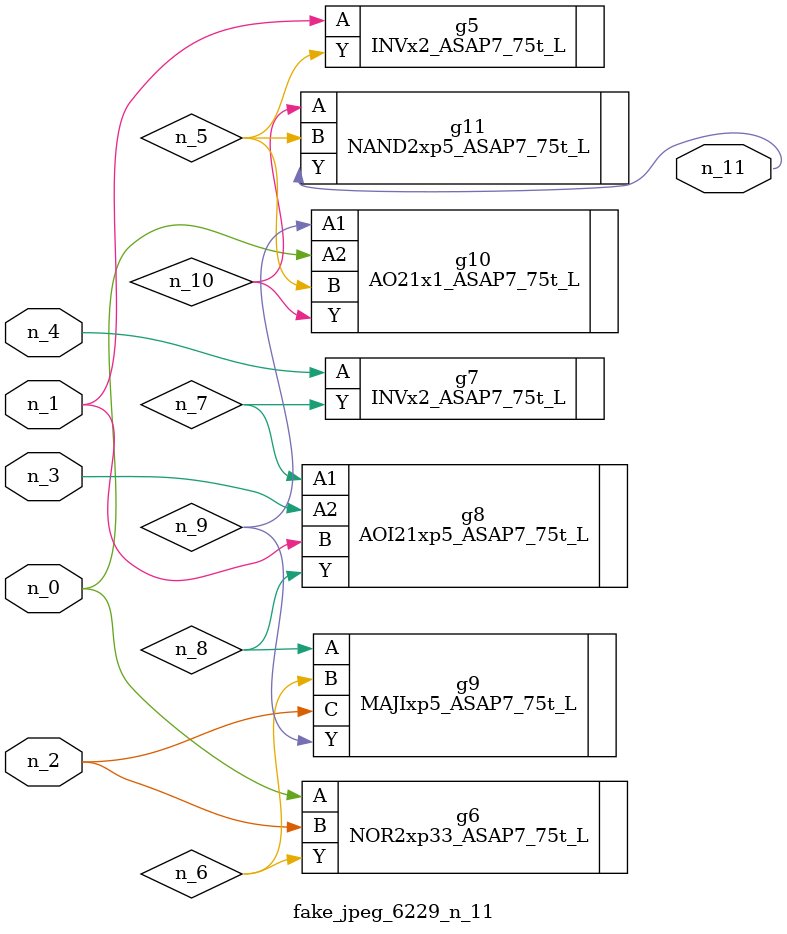
<source format=v>
module fake_jpeg_6229_n_11 (n_3, n_2, n_1, n_0, n_4, n_11);

input n_3;
input n_2;
input n_1;
input n_0;
input n_4;

output n_11;

wire n_10;
wire n_8;
wire n_9;
wire n_6;
wire n_5;
wire n_7;

INVx2_ASAP7_75t_L g5 ( 
.A(n_1),
.Y(n_5)
);

NOR2xp33_ASAP7_75t_L g6 ( 
.A(n_0),
.B(n_2),
.Y(n_6)
);

INVx2_ASAP7_75t_L g7 ( 
.A(n_4),
.Y(n_7)
);

AOI21xp5_ASAP7_75t_L g8 ( 
.A1(n_7),
.A2(n_3),
.B(n_1),
.Y(n_8)
);

MAJIxp5_ASAP7_75t_L g9 ( 
.A(n_8),
.B(n_6),
.C(n_2),
.Y(n_9)
);

AO21x1_ASAP7_75t_L g10 ( 
.A1(n_9),
.A2(n_0),
.B(n_5),
.Y(n_10)
);

NAND2xp5_ASAP7_75t_L g11 ( 
.A(n_10),
.B(n_5),
.Y(n_11)
);


endmodule
</source>
